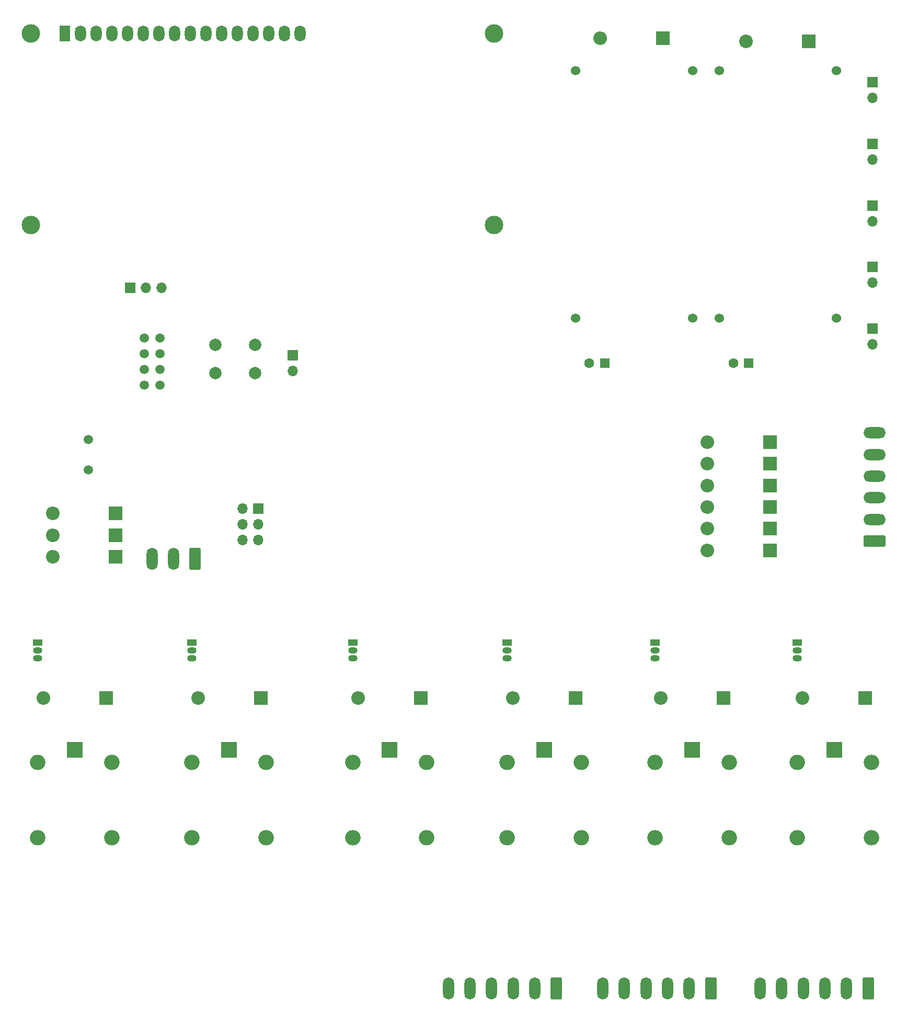
<source format=gbr>
%TF.GenerationSoftware,KiCad,Pcbnew,8.0.7*%
%TF.CreationDate,2025-02-23T09:23:24-08:00*%
%TF.ProjectId,M56Controller,4d353643-6f6e-4747-926f-6c6c65722e6b,rev?*%
%TF.SameCoordinates,Original*%
%TF.FileFunction,Soldermask,Bot*%
%TF.FilePolarity,Negative*%
%FSLAX46Y46*%
G04 Gerber Fmt 4.6, Leading zero omitted, Abs format (unit mm)*
G04 Created by KiCad (PCBNEW 8.0.7) date 2025-02-23 09:23:24*
%MOMM*%
%LPD*%
G01*
G04 APERTURE LIST*
G04 Aperture macros list*
%AMRoundRect*
0 Rectangle with rounded corners*
0 $1 Rounding radius*
0 $2 $3 $4 $5 $6 $7 $8 $9 X,Y pos of 4 corners*
0 Add a 4 corners polygon primitive as box body*
4,1,4,$2,$3,$4,$5,$6,$7,$8,$9,$2,$3,0*
0 Add four circle primitives for the rounded corners*
1,1,$1+$1,$2,$3*
1,1,$1+$1,$4,$5*
1,1,$1+$1,$6,$7*
1,1,$1+$1,$8,$9*
0 Add four rect primitives between the rounded corners*
20,1,$1+$1,$2,$3,$4,$5,0*
20,1,$1+$1,$4,$5,$6,$7,0*
20,1,$1+$1,$6,$7,$8,$9,0*
20,1,$1+$1,$8,$9,$2,$3,0*%
G04 Aperture macros list end*
%ADD10C,2.000000*%
%ADD11R,1.500000X1.050000*%
%ADD12O,1.500000X1.050000*%
%ADD13R,2.200000X2.200000*%
%ADD14O,2.200000X2.200000*%
%ADD15R,1.700000X1.700000*%
%ADD16O,1.700000X1.700000*%
%ADD17C,1.524000*%
%ADD18R,1.600000X1.600000*%
%ADD19C,1.600000*%
%ADD20C,3.000000*%
%ADD21R,1.800000X2.600000*%
%ADD22O,1.800000X2.600000*%
%ADD23R,2.500000X2.500000*%
%ADD24O,2.500000X2.500000*%
%ADD25RoundRect,0.250000X0.650000X1.550000X-0.650000X1.550000X-0.650000X-1.550000X0.650000X-1.550000X0*%
%ADD26O,1.800000X3.600000*%
%ADD27RoundRect,0.250000X1.550000X-0.650000X1.550000X0.650000X-1.550000X0.650000X-1.550000X-0.650000X0*%
%ADD28O,3.600000X1.800000*%
%ADD29C,1.500000*%
G04 APERTURE END LIST*
D10*
%TO.C,SW1*%
X52370000Y-73000000D03*
X58870000Y-73000000D03*
X52370000Y-77500000D03*
X58870000Y-77500000D03*
%TD*%
D11*
%TO.C,Q5*%
X99633250Y-121107500D03*
D12*
X99633250Y-122377500D03*
X99633250Y-123647500D03*
%TD*%
D13*
%TO.C,D10*%
X142213250Y-95700000D03*
D14*
X132053250Y-95700000D03*
%TD*%
D15*
%TO.C,J13*%
X158825000Y-70350000D03*
D16*
X158825000Y-72890000D03*
%TD*%
D17*
%TO.C,U5*%
X129700000Y-28600000D03*
X110700000Y-28600000D03*
X129700000Y-68600000D03*
X110700000Y-68600000D03*
%TD*%
D13*
%TO.C,D5*%
X110713250Y-130110000D03*
D14*
X100553250Y-130110000D03*
%TD*%
D18*
%TO.C,C9*%
X115475000Y-75900000D03*
D19*
X112975000Y-75900000D03*
%TD*%
D13*
%TO.C,D6*%
X34713250Y-130110000D03*
D14*
X24553250Y-130110000D03*
%TD*%
D11*
%TO.C,Q3*%
X123633250Y-121107500D03*
D12*
X123633250Y-122377500D03*
X123633250Y-123647500D03*
%TD*%
D20*
%TO.C,DS1*%
X22520900Y-22600000D03*
X22520900Y-53600700D03*
X97519480Y-53600700D03*
X97520000Y-22600000D03*
D21*
X28020000Y-22600000D03*
D22*
X30560000Y-22600000D03*
X33100000Y-22600000D03*
X35640000Y-22600000D03*
X38180000Y-22600000D03*
X40720000Y-22600000D03*
X43260000Y-22600000D03*
X45800000Y-22600000D03*
X48340000Y-22600000D03*
X50880000Y-22600000D03*
X53420000Y-22600000D03*
X55960000Y-22600000D03*
X58500000Y-22600000D03*
X61040000Y-22600000D03*
X63580000Y-22600000D03*
X66120000Y-22600000D03*
%TD*%
D13*
%TO.C,D3*%
X134713250Y-130110000D03*
D14*
X124553250Y-130110000D03*
%TD*%
D13*
%TO.C,D20*%
X148500000Y-23850000D03*
D14*
X138340000Y-23850000D03*
%TD*%
D23*
%TO.C,K6*%
X29633250Y-138482500D03*
D24*
X23633250Y-140482500D03*
X23633250Y-152682500D03*
X35633250Y-152682500D03*
X35633250Y-140482500D03*
%TD*%
D15*
%TO.C,J2*%
X59370000Y-99460000D03*
D16*
X56830000Y-99460000D03*
X59370000Y-102000000D03*
X56830000Y-102000000D03*
X59370000Y-104540000D03*
X56830000Y-104540000D03*
%TD*%
D13*
%TO.C,D16*%
X36200000Y-107250000D03*
D14*
X26040000Y-107250000D03*
%TD*%
D25*
%TO.C,J14*%
X107633250Y-177110000D03*
D26*
X104133250Y-177110000D03*
X100633250Y-177110000D03*
X97133250Y-177110000D03*
X93633250Y-177110000D03*
X90133250Y-177110000D03*
%TD*%
D25*
%TO.C,J8*%
X132633250Y-177110000D03*
D26*
X129133250Y-177110000D03*
X125633250Y-177110000D03*
X122133250Y-177110000D03*
X118633250Y-177110000D03*
X115133250Y-177110000D03*
%TD*%
D13*
%TO.C,D7*%
X142213250Y-106200000D03*
D14*
X132053250Y-106200000D03*
%TD*%
D23*
%TO.C,K1*%
X152633250Y-138482500D03*
D24*
X146633250Y-140482500D03*
X146633250Y-152682500D03*
X158633250Y-152682500D03*
X158633250Y-140482500D03*
%TD*%
D15*
%TO.C,J10*%
X158825000Y-60375000D03*
D16*
X158825000Y-62915000D03*
%TD*%
D13*
%TO.C,D1*%
X157633250Y-130110000D03*
D14*
X147473250Y-130110000D03*
%TD*%
D15*
%TO.C,J12*%
X158825000Y-50400000D03*
D16*
X158825000Y-52940000D03*
%TD*%
D11*
%TO.C,Q1*%
X146633250Y-121107500D03*
D12*
X146633250Y-122377500D03*
X146633250Y-123647500D03*
%TD*%
D13*
%TO.C,D19*%
X124910000Y-23350000D03*
D14*
X114750000Y-23350000D03*
%TD*%
D13*
%TO.C,D9*%
X142213250Y-99200000D03*
D14*
X132053250Y-99200000D03*
%TD*%
D25*
%TO.C,J9*%
X49120000Y-107607500D03*
D26*
X45620000Y-107607500D03*
X42120000Y-107607500D03*
%TD*%
D27*
%TO.C,J6*%
X159133250Y-104700000D03*
D28*
X159133250Y-101200000D03*
X159133250Y-97700000D03*
X159133250Y-94200000D03*
X159133250Y-90700000D03*
X159133250Y-87200000D03*
%TD*%
D13*
%TO.C,D17*%
X36200000Y-103750000D03*
D14*
X26040000Y-103750000D03*
%TD*%
D29*
%TO.C,Y1*%
X31870000Y-93200000D03*
X31870000Y-88320000D03*
%TD*%
D13*
%TO.C,D8*%
X142213250Y-102700000D03*
D14*
X132053250Y-102700000D03*
%TD*%
D23*
%TO.C,K3*%
X105633250Y-138482500D03*
D24*
X99633250Y-140482500D03*
X99633250Y-152682500D03*
X111633250Y-152682500D03*
X111633250Y-140482500D03*
%TD*%
D23*
%TO.C,K2*%
X129633250Y-138482500D03*
D24*
X123633250Y-140482500D03*
X123633250Y-152682500D03*
X135633250Y-152682500D03*
X135633250Y-140482500D03*
%TD*%
D11*
%TO.C,Q2*%
X74633250Y-121107500D03*
D12*
X74633250Y-122377500D03*
X74633250Y-123647500D03*
%TD*%
D29*
%TO.C,U2*%
X40930000Y-79450000D03*
X40930000Y-76910000D03*
X40930000Y-74370000D03*
X40930000Y-71830000D03*
X43470000Y-79450000D03*
X43470000Y-76910000D03*
X43470000Y-74370000D03*
X43470000Y-71830000D03*
%TD*%
D15*
%TO.C,J5*%
X158825000Y-30450000D03*
D16*
X158825000Y-32990000D03*
%TD*%
D18*
%TO.C,C11*%
X138775000Y-75900000D03*
D19*
X136275000Y-75900000D03*
%TD*%
D13*
%TO.C,D2*%
X85713250Y-130110000D03*
D14*
X75553250Y-130110000D03*
%TD*%
D11*
%TO.C,Q6*%
X23633250Y-121107500D03*
D12*
X23633250Y-122377500D03*
X23633250Y-123647500D03*
%TD*%
D15*
%TO.C,J4*%
X158825000Y-40425000D03*
D16*
X158825000Y-42965000D03*
%TD*%
D13*
%TO.C,D12*%
X142213250Y-88700000D03*
D14*
X132053250Y-88700000D03*
%TD*%
D15*
%TO.C,J1*%
X38580000Y-63750000D03*
D16*
X41120000Y-63750000D03*
X43660000Y-63750000D03*
%TD*%
D23*
%TO.C,K4*%
X80633250Y-138482500D03*
D24*
X74633250Y-140482500D03*
X74633250Y-152682500D03*
X86633250Y-152682500D03*
X86633250Y-140482500D03*
%TD*%
D25*
%TO.C,J7*%
X158133250Y-177110000D03*
D26*
X154633250Y-177110000D03*
X151133250Y-177110000D03*
X147633250Y-177110000D03*
X144133250Y-177110000D03*
X140633250Y-177110000D03*
%TD*%
D11*
%TO.C,Q4*%
X48633250Y-121107500D03*
D12*
X48633250Y-122377500D03*
X48633250Y-123647500D03*
%TD*%
D13*
%TO.C,D18*%
X36200000Y-100250000D03*
D14*
X26040000Y-100250000D03*
%TD*%
D13*
%TO.C,D4*%
X59793250Y-130110000D03*
D14*
X49633250Y-130110000D03*
%TD*%
D23*
%TO.C,K5*%
X54633250Y-138482500D03*
D24*
X48633250Y-140482500D03*
X48633250Y-152682500D03*
X60633250Y-152682500D03*
X60633250Y-140482500D03*
%TD*%
D13*
%TO.C,D11*%
X142213250Y-92200000D03*
D14*
X132053250Y-92200000D03*
%TD*%
D17*
%TO.C,U4*%
X153000000Y-28600000D03*
X134000000Y-28600000D03*
X153000000Y-68600000D03*
X134000000Y-68600000D03*
%TD*%
D15*
%TO.C,J3*%
X64920000Y-74610000D03*
D16*
X64920000Y-77150000D03*
%TD*%
M02*

</source>
